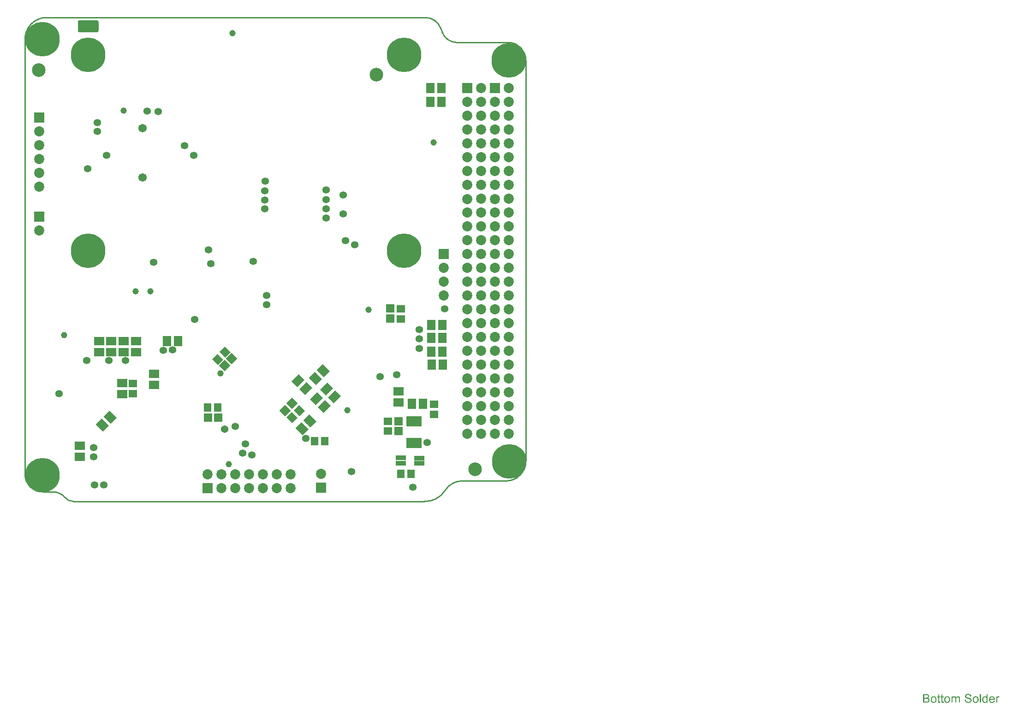
<source format=gbs>
G04*
G04 #@! TF.GenerationSoftware,Altium Limited,Altium Designer,18.1.7 (191)*
G04*
G04 Layer_Color=16711935*
%FSLAX25Y25*%
%MOIN*%
G70*
G01*
G75*
%ADD10C,0.01000*%
%ADD16C,0.00787*%
%ADD48R,0.14567X0.07874*%
%ADD50R,0.06124X0.05534*%
%ADD66R,0.06124X0.06124*%
%ADD69R,0.05534X0.06124*%
%ADD71R,0.06124X0.07400*%
%ADD72R,0.07400X0.06124*%
%ADD74C,0.09843*%
%ADD75C,0.05400*%
%ADD76R,0.07306X0.07306*%
%ADD77C,0.07306*%
%ADD78R,0.07306X0.07306*%
%ADD79C,0.05337*%
%ADD80C,0.25022*%
%ADD81C,0.06085*%
%ADD82C,0.04550*%
%ADD106R,0.03172X0.07306*%
%ADD107R,0.07306X0.03644*%
G04:AMPARAMS|DCode=108|XSize=61.24mil|YSize=74mil|CornerRadius=0mil|HoleSize=0mil|Usage=FLASHONLY|Rotation=225.000|XOffset=0mil|YOffset=0mil|HoleType=Round|Shape=Rectangle|*
%AMROTATEDRECTD108*
4,1,4,-0.00451,0.04782,0.04782,-0.00451,0.00451,-0.04782,-0.04782,0.00451,-0.00451,0.04782,0.0*
%
%ADD108ROTATEDRECTD108*%

G04:AMPARAMS|DCode=109|XSize=55.34mil|YSize=61.24mil|CornerRadius=0mil|HoleSize=0mil|Usage=FLASHONLY|Rotation=225.000|XOffset=0mil|YOffset=0mil|HoleType=Round|Shape=Rectangle|*
%AMROTATEDRECTD109*
4,1,4,-0.00209,0.04122,0.04122,-0.00209,0.00209,-0.04122,-0.04122,0.00209,-0.00209,0.04122,0.0*
%
%ADD109ROTATEDRECTD109*%

%ADD110P,0.08661X4X270.0*%
%ADD111R,0.06124X0.06124*%
G04:AMPARAMS|DCode=112|XSize=61.24mil|YSize=74mil|CornerRadius=0mil|HoleSize=0mil|Usage=FLASHONLY|Rotation=315.000|XOffset=0mil|YOffset=0mil|HoleType=Round|Shape=Rectangle|*
%AMROTATEDRECTD112*
4,1,4,-0.04782,-0.00451,0.00451,0.04782,0.04782,0.00451,-0.00451,-0.04782,-0.04782,-0.00451,0.0*
%
%ADD112ROTATEDRECTD112*%

G36*
X943184Y183587D02*
X943251D01*
X943414Y183568D01*
X943606Y183539D01*
X943818Y183501D01*
X944029Y183443D01*
X944231Y183366D01*
X944241D01*
X944250Y183356D01*
X944279Y183347D01*
X944318Y183327D01*
X944414Y183270D01*
X944538Y183203D01*
X944673Y183107D01*
X944808Y182991D01*
X944942Y182857D01*
X945057Y182703D01*
X945067Y182684D01*
X945105Y182626D01*
X945154Y182530D01*
X945202Y182415D01*
X945259Y182271D01*
X945317Y182097D01*
X945355Y181915D01*
X945375Y181713D01*
X944577Y181655D01*
Y181665D01*
Y181684D01*
X944567Y181713D01*
X944558Y181752D01*
X944538Y181857D01*
X944500Y181992D01*
X944442Y182136D01*
X944366Y182280D01*
X944260Y182424D01*
X944135Y182549D01*
X944116Y182559D01*
X944068Y182597D01*
X943981Y182645D01*
X943866Y182703D01*
X943712Y182761D01*
X943520Y182809D01*
X943299Y182847D01*
X943039Y182857D01*
X942914D01*
X942857Y182847D01*
X942780D01*
X942616Y182818D01*
X942434Y182789D01*
X942251Y182741D01*
X942078Y182674D01*
X942002Y182626D01*
X941934Y182578D01*
X941925Y182568D01*
X941886Y182530D01*
X941829Y182472D01*
X941771Y182386D01*
X941704Y182290D01*
X941656Y182174D01*
X941617Y182049D01*
X941598Y181905D01*
Y181886D01*
Y181848D01*
X941607Y181780D01*
X941627Y181703D01*
X941656Y181617D01*
X941704Y181521D01*
X941761Y181434D01*
X941838Y181348D01*
X941848Y181338D01*
X941896Y181309D01*
X941925Y181290D01*
X941963Y181261D01*
X942021Y181242D01*
X942088Y181213D01*
X942165Y181175D01*
X942251Y181137D01*
X942347Y181108D01*
X942463Y181069D01*
X942597Y181021D01*
X942741Y180983D01*
X942905Y180944D01*
X943087Y180896D01*
X943097D01*
X943135Y180887D01*
X943184Y180877D01*
X943251Y180858D01*
X943337Y180839D01*
X943433Y180810D01*
X943645Y180762D01*
X943875Y180694D01*
X944106Y180627D01*
X944221Y180598D01*
X944318Y180560D01*
X944414Y180521D01*
X944491Y180493D01*
X944500D01*
X944519Y180483D01*
X944538Y180464D01*
X944577Y180445D01*
X944673Y180387D01*
X944798Y180320D01*
X944932Y180224D01*
X945067Y180108D01*
X945192Y179983D01*
X945298Y179849D01*
X945307Y179830D01*
X945336Y179781D01*
X945384Y179705D01*
X945432Y179589D01*
X945480Y179464D01*
X945528Y179311D01*
X945557Y179138D01*
X945567Y178955D01*
Y178945D01*
Y178936D01*
Y178907D01*
Y178868D01*
X945548Y178772D01*
X945528Y178647D01*
X945500Y178503D01*
X945442Y178340D01*
X945375Y178167D01*
X945278Y178004D01*
X945269Y177984D01*
X945221Y177927D01*
X945163Y177850D01*
X945067Y177754D01*
X944952Y177638D01*
X944808Y177523D01*
X944635Y177417D01*
X944442Y177312D01*
X944433D01*
X944414Y177302D01*
X944385Y177293D01*
X944346Y177273D01*
X944298Y177254D01*
X944241Y177235D01*
X944087Y177196D01*
X943914Y177148D01*
X943702Y177110D01*
X943481Y177081D01*
X943231Y177071D01*
X943087D01*
X943020Y177081D01*
X942934D01*
X942838Y177091D01*
X942732Y177100D01*
X942511Y177129D01*
X942270Y177177D01*
X942030Y177235D01*
X941800Y177312D01*
X941790D01*
X941771Y177321D01*
X941742Y177340D01*
X941704Y177360D01*
X941598Y177417D01*
X941473Y177504D01*
X941319Y177610D01*
X941175Y177734D01*
X941021Y177888D01*
X940887Y178061D01*
Y178071D01*
X940877Y178080D01*
X940858Y178109D01*
X940839Y178148D01*
X940810Y178196D01*
X940781Y178253D01*
X940723Y178398D01*
X940666Y178561D01*
X940608Y178763D01*
X940570Y178974D01*
X940550Y179205D01*
X941338Y179272D01*
Y179262D01*
Y179253D01*
X941348Y179195D01*
X941367Y179109D01*
X941386Y178993D01*
X941425Y178868D01*
X941463Y178734D01*
X941521Y178609D01*
X941588Y178484D01*
X941598Y178474D01*
X941627Y178436D01*
X941675Y178378D01*
X941752Y178311D01*
X941838Y178234D01*
X941944Y178148D01*
X942078Y178071D01*
X942222Y177994D01*
X942232D01*
X942242Y177984D01*
X942299Y177965D01*
X942386Y177936D01*
X942511Y177908D01*
X942645Y177869D01*
X942818Y177840D01*
X943001Y177821D01*
X943193Y177811D01*
X943270D01*
X943366Y177821D01*
X943472Y177831D01*
X943606Y177840D01*
X943741Y177869D01*
X943885Y177898D01*
X944029Y177946D01*
X944048Y177956D01*
X944087Y177975D01*
X944154Y178004D01*
X944231Y178052D01*
X944327Y178109D01*
X944414Y178177D01*
X944500Y178253D01*
X944577Y178340D01*
X944586Y178350D01*
X944606Y178388D01*
X944635Y178436D01*
X944673Y178503D01*
X944702Y178580D01*
X944731Y178676D01*
X944750Y178772D01*
X944759Y178878D01*
Y178888D01*
Y178926D01*
X944750Y178984D01*
X944740Y179051D01*
X944721Y179138D01*
X944683Y179224D01*
X944644Y179311D01*
X944586Y179397D01*
X944577Y179407D01*
X944558Y179436D01*
X944510Y179474D01*
X944452Y179532D01*
X944375Y179589D01*
X944279Y179647D01*
X944154Y179714D01*
X944020Y179772D01*
X944010Y179781D01*
X943972Y179791D01*
X943895Y179810D01*
X943847Y179830D01*
X943789Y179849D01*
X943712Y179868D01*
X943635Y179887D01*
X943539Y179916D01*
X943443Y179945D01*
X943328Y179974D01*
X943193Y180002D01*
X943049Y180041D01*
X942895Y180079D01*
X942886D01*
X942857Y180089D01*
X942809Y180099D01*
X942751Y180118D01*
X942684Y180137D01*
X942607Y180156D01*
X942424Y180204D01*
X942222Y180272D01*
X942021Y180339D01*
X941838Y180406D01*
X941752Y180435D01*
X941684Y180473D01*
X941675D01*
X941665Y180483D01*
X941607Y180521D01*
X941531Y180570D01*
X941434Y180637D01*
X941319Y180723D01*
X941213Y180819D01*
X941108Y180935D01*
X941012Y181060D01*
X941002Y181079D01*
X940973Y181127D01*
X940944Y181194D01*
X940906Y181290D01*
X940858Y181405D01*
X940829Y181540D01*
X940800Y181694D01*
X940791Y181848D01*
Y181857D01*
Y181867D01*
Y181896D01*
Y181934D01*
X940810Y182021D01*
X940829Y182136D01*
X940858Y182280D01*
X940906Y182424D01*
X940973Y182588D01*
X941060Y182741D01*
Y182751D01*
X941069Y182761D01*
X941108Y182809D01*
X941175Y182886D01*
X941261Y182982D01*
X941367Y183078D01*
X941502Y183183D01*
X941665Y183289D01*
X941848Y183376D01*
X941857D01*
X941867Y183385D01*
X941896Y183395D01*
X941944Y183414D01*
X941992Y183424D01*
X942050Y183443D01*
X942184Y183491D01*
X942357Y183529D01*
X942549Y183558D01*
X942770Y183587D01*
X943001Y183597D01*
X943116D01*
X943184Y183587D01*
D02*
G37*
G36*
X957147Y177177D02*
X956426D01*
Y177744D01*
X956417Y177734D01*
X956407Y177715D01*
X956378Y177687D01*
X956340Y177638D01*
X956301Y177590D01*
X956244Y177533D01*
X956176Y177475D01*
X956099Y177408D01*
X956013Y177350D01*
X955917Y177283D01*
X955811Y177225D01*
X955705Y177177D01*
X955580Y177129D01*
X955446Y177100D01*
X955302Y177081D01*
X955148Y177071D01*
X955090D01*
X955052Y177081D01*
X954946Y177091D01*
X954821Y177110D01*
X954658Y177148D01*
X954494Y177196D01*
X954312Y177273D01*
X954139Y177369D01*
X954129D01*
X954120Y177379D01*
X954062Y177427D01*
X953985Y177494D01*
X953879Y177590D01*
X953774Y177706D01*
X953649Y177850D01*
X953543Y178013D01*
X953437Y178205D01*
Y178215D01*
X953428Y178234D01*
X953418Y178263D01*
X953399Y178302D01*
X953380Y178350D01*
X953360Y178417D01*
X953312Y178571D01*
X953264Y178753D01*
X953226Y178965D01*
X953197Y179195D01*
X953187Y179455D01*
Y179464D01*
Y179483D01*
Y179522D01*
Y179570D01*
X953197Y179628D01*
Y179705D01*
X953216Y179868D01*
X953245Y180060D01*
X953284Y180262D01*
X953332Y180483D01*
X953409Y180694D01*
Y180704D01*
X953418Y180723D01*
X953437Y180752D01*
X953457Y180790D01*
X953505Y180887D01*
X953582Y181011D01*
X953678Y181156D01*
X953793Y181300D01*
X953928Y181434D01*
X954091Y181559D01*
X954100D01*
X954110Y181569D01*
X954168Y181607D01*
X954264Y181655D01*
X954389Y181713D01*
X954543Y181761D01*
X954716Y181809D01*
X954908Y181848D01*
X955110Y181857D01*
X955177D01*
X955254Y181848D01*
X955359Y181838D01*
X955465Y181809D01*
X955590Y181780D01*
X955715Y181732D01*
X955840Y181675D01*
X955859Y181665D01*
X955898Y181646D01*
X955955Y181607D01*
X956032Y181550D01*
X956109Y181492D01*
X956205Y181415D01*
X956291Y181319D01*
X956368Y181223D01*
Y183491D01*
X957147D01*
Y177177D01*
D02*
G37*
G36*
X965094Y181848D02*
X965200Y181828D01*
X965315Y181790D01*
X965450Y181752D01*
X965594Y181684D01*
X965748Y181598D01*
X965469Y180887D01*
X965460Y180896D01*
X965421Y180915D01*
X965363Y180944D01*
X965296Y180973D01*
X965210Y181002D01*
X965114Y181031D01*
X965008Y181050D01*
X964902Y181060D01*
X964864D01*
X964816Y181050D01*
X964748Y181040D01*
X964681Y181021D01*
X964604Y180992D01*
X964527Y180954D01*
X964450Y180906D01*
X964441Y180896D01*
X964422Y180877D01*
X964383Y180839D01*
X964345Y180790D01*
X964297Y180733D01*
X964249Y180656D01*
X964210Y180570D01*
X964172Y180473D01*
X964162Y180454D01*
X964153Y180406D01*
X964133Y180320D01*
X964114Y180204D01*
X964085Y180070D01*
X964066Y179916D01*
X964056Y179753D01*
X964047Y179570D01*
Y177177D01*
X963268D01*
Y181752D01*
X963970D01*
Y181069D01*
X963980Y181079D01*
X964018Y181137D01*
X964066Y181223D01*
X964124Y181319D01*
X964201Y181425D01*
X964287Y181530D01*
X964364Y181627D01*
X964450Y181694D01*
X964460Y181703D01*
X964489Y181723D01*
X964537Y181742D01*
X964604Y181780D01*
X964672Y181809D01*
X964758Y181828D01*
X964854Y181848D01*
X964950Y181857D01*
X965017D01*
X965094Y181848D01*
D02*
G37*
G36*
X935841D02*
X935899D01*
X935966Y181838D01*
X936110Y181809D01*
X936283Y181761D01*
X936456Y181694D01*
X936620Y181598D01*
X936774Y181473D01*
X936793Y181454D01*
X936831Y181405D01*
X936889Y181309D01*
X936966Y181184D01*
X937033Y181021D01*
X937091Y180829D01*
X937129Y180589D01*
X937148Y180454D01*
Y180310D01*
Y177177D01*
X936370D01*
Y180051D01*
Y180060D01*
Y180070D01*
Y180127D01*
Y180214D01*
X936360Y180310D01*
X936341Y180531D01*
X936322Y180637D01*
X936293Y180723D01*
Y180733D01*
X936274Y180762D01*
X936255Y180800D01*
X936226Y180848D01*
X936187Y180896D01*
X936139Y180954D01*
X936082Y181011D01*
X936014Y181060D01*
X936005Y181069D01*
X935976Y181079D01*
X935938Y181098D01*
X935890Y181127D01*
X935822Y181146D01*
X935736Y181165D01*
X935649Y181175D01*
X935553Y181184D01*
X935476D01*
X935380Y181165D01*
X935275Y181146D01*
X935149Y181108D01*
X935015Y181050D01*
X934871Y180964D01*
X934746Y180858D01*
X934736Y180839D01*
X934698Y180800D01*
X934650Y180723D01*
X934592Y180608D01*
X934525Y180464D01*
X934477Y180291D01*
X934438Y180079D01*
X934429Y179830D01*
Y177177D01*
X933650D01*
Y180147D01*
Y180156D01*
Y180166D01*
Y180195D01*
Y180233D01*
X933641Y180329D01*
X933631Y180435D01*
X933602Y180570D01*
X933574Y180694D01*
X933525Y180819D01*
X933458Y180925D01*
X933449Y180935D01*
X933420Y180964D01*
X933381Y181011D01*
X933314Y181060D01*
X933228Y181098D01*
X933122Y181146D01*
X932997Y181175D01*
X932843Y181184D01*
X932786D01*
X932728Y181175D01*
X932641Y181165D01*
X932555Y181146D01*
X932449Y181108D01*
X932343Y181069D01*
X932238Y181011D01*
X932228Y181002D01*
X932190Y180983D01*
X932142Y180935D01*
X932084Y180887D01*
X932017Y180810D01*
X931949Y180723D01*
X931892Y180617D01*
X931834Y180502D01*
X931824Y180483D01*
X931815Y180445D01*
X931796Y180368D01*
X931776Y180262D01*
X931748Y180127D01*
X931728Y179964D01*
X931719Y179772D01*
X931709Y179551D01*
Y177177D01*
X930931D01*
Y181752D01*
X931623D01*
Y181108D01*
X931632Y181127D01*
X931661Y181165D01*
X931709Y181223D01*
X931776Y181300D01*
X931853Y181386D01*
X931949Y181473D01*
X932065Y181569D01*
X932190Y181646D01*
X932209Y181655D01*
X932257Y181675D01*
X932334Y181713D01*
X932430Y181752D01*
X932555Y181790D01*
X932689Y181828D01*
X932853Y181848D01*
X933016Y181857D01*
X933103D01*
X933199Y181848D01*
X933314Y181828D01*
X933439Y181809D01*
X933583Y181771D01*
X933718Y181713D01*
X933843Y181646D01*
X933862Y181636D01*
X933900Y181607D01*
X933958Y181559D01*
X934025Y181492D01*
X934102Y181405D01*
X934179Y181309D01*
X934246Y181184D01*
X934304Y181050D01*
X934313Y181060D01*
X934333Y181088D01*
X934361Y181127D01*
X934400Y181175D01*
X934458Y181242D01*
X934525Y181309D01*
X934602Y181377D01*
X934688Y181454D01*
X934784Y181530D01*
X934890Y181598D01*
X935140Y181732D01*
X935275Y181780D01*
X935419Y181819D01*
X935563Y181848D01*
X935726Y181857D01*
X935793D01*
X935841Y181848D01*
D02*
G37*
G36*
X952275Y177177D02*
X951496D01*
Y183491D01*
X952275D01*
Y177177D01*
D02*
G37*
G36*
X912960Y183481D02*
X913027D01*
X913191Y183472D01*
X913373Y183443D01*
X913566Y183414D01*
X913758Y183366D01*
X913931Y183299D01*
X913940D01*
X913950Y183289D01*
X914007Y183260D01*
X914084Y183212D01*
X914180Y183155D01*
X914296Y183068D01*
X914411Y182962D01*
X914517Y182847D01*
X914623Y182703D01*
X914632Y182684D01*
X914661Y182636D01*
X914699Y182549D01*
X914748Y182443D01*
X914796Y182318D01*
X914834Y182184D01*
X914863Y182030D01*
X914872Y181867D01*
Y181848D01*
Y181800D01*
X914863Y181723D01*
X914844Y181617D01*
X914815Y181502D01*
X914776Y181377D01*
X914728Y181233D01*
X914651Y181098D01*
X914642Y181079D01*
X914613Y181040D01*
X914555Y180973D01*
X914488Y180896D01*
X914392Y180800D01*
X914277Y180714D01*
X914142Y180617D01*
X913979Y180531D01*
X913988D01*
X914007Y180521D01*
X914036Y180512D01*
X914075Y180502D01*
X914180Y180454D01*
X914305Y180396D01*
X914450Y180310D01*
X914594Y180214D01*
X914738Y180099D01*
X914863Y179954D01*
X914872Y179935D01*
X914911Y179887D01*
X914959Y179801D01*
X915026Y179685D01*
X915084Y179541D01*
X915132Y179387D01*
X915170Y179205D01*
X915180Y179003D01*
Y178984D01*
Y178926D01*
X915170Y178840D01*
X915161Y178734D01*
X915132Y178609D01*
X915103Y178465D01*
X915055Y178321D01*
X914988Y178177D01*
X914978Y178157D01*
X914959Y178109D01*
X914911Y178042D01*
X914863Y177956D01*
X914796Y177859D01*
X914719Y177763D01*
X914623Y177667D01*
X914526Y177581D01*
X914517Y177571D01*
X914478Y177552D01*
X914421Y177514D01*
X914334Y177465D01*
X914238Y177417D01*
X914113Y177369D01*
X913979Y177321D01*
X913834Y177273D01*
X913815D01*
X913758Y177254D01*
X913671Y177244D01*
X913556Y177225D01*
X913402Y177206D01*
X913229Y177196D01*
X913037Y177177D01*
X910413D01*
Y183491D01*
X912893D01*
X912960Y183481D01*
D02*
G37*
G36*
X924492Y181752D02*
X925270D01*
Y181146D01*
X924492D01*
Y178465D01*
Y178455D01*
Y178417D01*
Y178359D01*
X924502Y178292D01*
X924511Y178148D01*
X924521Y178090D01*
X924531Y178042D01*
X924540Y178023D01*
X924559Y177984D01*
X924598Y177936D01*
X924655Y177888D01*
X924675Y177879D01*
X924723Y177869D01*
X924809Y177850D01*
X924924Y177840D01*
X925021D01*
X925069Y177850D01*
X925126D01*
X925270Y177869D01*
X925376Y177187D01*
X925357D01*
X925319Y177177D01*
X925261Y177167D01*
X925174Y177158D01*
X925088Y177139D01*
X924992Y177129D01*
X924790Y177120D01*
X924723D01*
X924646Y177129D01*
X924550Y177139D01*
X924444Y177148D01*
X924329Y177177D01*
X924223Y177206D01*
X924127Y177244D01*
X924117Y177254D01*
X924088Y177273D01*
X924050Y177302D01*
X924002Y177340D01*
X923944Y177389D01*
X923896Y177446D01*
X923839Y177514D01*
X923800Y177590D01*
Y177600D01*
X923790Y177638D01*
X923771Y177696D01*
X923762Y177792D01*
X923742Y177917D01*
X923733Y177984D01*
X923723Y178071D01*
Y178167D01*
X923714Y178273D01*
Y178388D01*
Y178513D01*
Y181146D01*
X923137D01*
Y181752D01*
X923714D01*
Y182876D01*
X924492Y183347D01*
Y181752D01*
D02*
G37*
G36*
X922042D02*
X922820D01*
Y181146D01*
X922042D01*
Y178465D01*
Y178455D01*
Y178417D01*
Y178359D01*
X922051Y178292D01*
X922061Y178148D01*
X922070Y178090D01*
X922080Y178042D01*
X922089Y178023D01*
X922109Y177984D01*
X922147Y177936D01*
X922205Y177888D01*
X922224Y177879D01*
X922272Y177869D01*
X922359Y177850D01*
X922474Y177840D01*
X922570D01*
X922618Y177850D01*
X922676D01*
X922820Y177869D01*
X922926Y177187D01*
X922906D01*
X922868Y177177D01*
X922810Y177167D01*
X922724Y177158D01*
X922637Y177139D01*
X922541Y177129D01*
X922339Y177120D01*
X922272D01*
X922195Y177129D01*
X922099Y177139D01*
X921993Y177148D01*
X921878Y177177D01*
X921772Y177206D01*
X921676Y177244D01*
X921667Y177254D01*
X921638Y177273D01*
X921599Y177302D01*
X921551Y177340D01*
X921494Y177389D01*
X921446Y177446D01*
X921388Y177514D01*
X921350Y177590D01*
Y177600D01*
X921340Y177638D01*
X921321Y177696D01*
X921311Y177792D01*
X921292Y177917D01*
X921282Y177984D01*
X921273Y178071D01*
Y178167D01*
X921263Y178273D01*
Y178388D01*
Y178513D01*
Y181146D01*
X920687D01*
Y181752D01*
X921263D01*
Y182876D01*
X922042Y183347D01*
Y181752D01*
D02*
G37*
G36*
X960395Y181848D02*
X960472Y181838D01*
X960568Y181828D01*
X960664Y181809D01*
X960779Y181780D01*
X961010Y181703D01*
X961135Y181655D01*
X961260Y181588D01*
X961385Y181521D01*
X961510Y181434D01*
X961625Y181338D01*
X961740Y181223D01*
X961750Y181213D01*
X961769Y181194D01*
X961798Y181156D01*
X961837Y181108D01*
X961875Y181040D01*
X961923Y180964D01*
X961981Y180877D01*
X962038Y180771D01*
X962086Y180646D01*
X962144Y180521D01*
X962192Y180377D01*
X962240Y180214D01*
X962269Y180051D01*
X962298Y179868D01*
X962317Y179676D01*
X962327Y179464D01*
Y179455D01*
Y179416D01*
Y179349D01*
X962317Y179262D01*
X958915D01*
Y179253D01*
Y179234D01*
X958925Y179186D01*
Y179138D01*
X958934Y179070D01*
X958944Y179003D01*
X958982Y178830D01*
X959040Y178647D01*
X959107Y178455D01*
X959213Y178263D01*
X959338Y178100D01*
X959357Y178080D01*
X959405Y178042D01*
X959492Y177975D01*
X959597Y177908D01*
X959741Y177831D01*
X959905Y177763D01*
X960087Y177725D01*
X960289Y177706D01*
X960366D01*
X960443Y177715D01*
X960539Y177734D01*
X960655Y177763D01*
X960779Y177802D01*
X960904Y177850D01*
X961020Y177927D01*
X961029Y177936D01*
X961068Y177975D01*
X961125Y178023D01*
X961193Y178109D01*
X961269Y178205D01*
X961346Y178330D01*
X961423Y178484D01*
X961500Y178657D01*
X962298Y178551D01*
Y178542D01*
X962288Y178523D01*
X962279Y178484D01*
X962259Y178436D01*
X962240Y178378D01*
X962211Y178311D01*
X962134Y178148D01*
X962038Y177975D01*
X961923Y177792D01*
X961769Y177610D01*
X961596Y177456D01*
X961587D01*
X961577Y177437D01*
X961548Y177417D01*
X961500Y177398D01*
X961452Y177369D01*
X961394Y177331D01*
X961327Y177302D01*
X961241Y177264D01*
X961058Y177196D01*
X960827Y177129D01*
X960578Y177091D01*
X960289Y177071D01*
X960193D01*
X960126Y177081D01*
X960039Y177091D01*
X959943Y177100D01*
X959838Y177120D01*
X959713Y177148D01*
X959463Y177225D01*
X959328Y177273D01*
X959203Y177331D01*
X959069Y177398D01*
X958944Y177485D01*
X958819Y177581D01*
X958704Y177687D01*
X958694Y177696D01*
X958675Y177715D01*
X958646Y177754D01*
X958617Y177802D01*
X958569Y177859D01*
X958521Y177936D01*
X958463Y178032D01*
X958415Y178138D01*
X958358Y178253D01*
X958300Y178378D01*
X958252Y178523D01*
X958214Y178676D01*
X958175Y178840D01*
X958146Y179022D01*
X958127Y179215D01*
X958117Y179416D01*
Y179426D01*
Y179464D01*
Y179532D01*
X958127Y179609D01*
X958137Y179705D01*
X958146Y179820D01*
X958165Y179945D01*
X958194Y180079D01*
X958262Y180368D01*
X958310Y180512D01*
X958367Y180666D01*
X958435Y180810D01*
X958511Y180954D01*
X958598Y181088D01*
X958704Y181213D01*
X958713Y181223D01*
X958733Y181242D01*
X958761Y181271D01*
X958809Y181319D01*
X958867Y181367D01*
X958944Y181415D01*
X959021Y181473D01*
X959117Y181540D01*
X959223Y181598D01*
X959338Y181655D01*
X959463Y181703D01*
X959607Y181761D01*
X959751Y181800D01*
X959905Y181828D01*
X960068Y181848D01*
X960241Y181857D01*
X960328D01*
X960395Y181848D01*
D02*
G37*
G36*
X948613D02*
X948700Y181838D01*
X948786Y181828D01*
X948892Y181809D01*
X949007Y181780D01*
X949247Y181703D01*
X949372Y181655D01*
X949507Y181598D01*
X949632Y181521D01*
X949757Y181434D01*
X949882Y181338D01*
X949997Y181233D01*
X950007Y181223D01*
X950026Y181204D01*
X950055Y181165D01*
X950093Y181117D01*
X950141Y181060D01*
X950189Y180983D01*
X950247Y180887D01*
X950305Y180790D01*
X950352Y180675D01*
X950410Y180541D01*
X950458Y180406D01*
X950506Y180252D01*
X950545Y180089D01*
X950574Y179906D01*
X950593Y179724D01*
X950602Y179522D01*
Y179512D01*
Y179483D01*
Y179436D01*
Y179378D01*
X950593Y179301D01*
Y179215D01*
X950583Y179118D01*
X950574Y179013D01*
X950535Y178792D01*
X950487Y178561D01*
X950420Y178330D01*
X950333Y178129D01*
Y178119D01*
X950324Y178109D01*
X950285Y178042D01*
X950218Y177956D01*
X950132Y177840D01*
X950026Y177715D01*
X949891Y177590D01*
X949737Y177465D01*
X949555Y177350D01*
X949545D01*
X949536Y177340D01*
X949507Y177321D01*
X949468Y177312D01*
X949363Y177264D01*
X949228Y177216D01*
X949065Y177158D01*
X948882Y177120D01*
X948680Y177081D01*
X948459Y177071D01*
X948363D01*
X948296Y177081D01*
X948219Y177091D01*
X948123Y177100D01*
X948017Y177120D01*
X947902Y177148D01*
X947662Y177225D01*
X947527Y177273D01*
X947402Y177331D01*
X947268Y177398D01*
X947143Y177485D01*
X947018Y177581D01*
X946903Y177687D01*
X946893Y177696D01*
X946874Y177715D01*
X946845Y177754D01*
X946816Y177802D01*
X946768Y177869D01*
X946720Y177946D01*
X946662Y178032D01*
X946614Y178138D01*
X946557Y178263D01*
X946499Y178388D01*
X946451Y178542D01*
X946412Y178695D01*
X946374Y178868D01*
X946345Y179051D01*
X946326Y179253D01*
X946316Y179464D01*
Y179483D01*
Y179522D01*
X946326Y179589D01*
Y179676D01*
X946336Y179781D01*
X946355Y179897D01*
X946374Y180031D01*
X946403Y180175D01*
X946441Y180329D01*
X946489Y180483D01*
X946547Y180637D01*
X946614Y180790D01*
X946691Y180944D01*
X946787Y181088D01*
X946893Y181223D01*
X947018Y181348D01*
X947027Y181358D01*
X947047Y181367D01*
X947075Y181396D01*
X947124Y181425D01*
X947181Y181463D01*
X947248Y181511D01*
X947325Y181559D01*
X947421Y181607D01*
X947518Y181646D01*
X947623Y181694D01*
X947873Y181780D01*
X948152Y181838D01*
X948306Y181848D01*
X948459Y181857D01*
X948546D01*
X948613Y181848D01*
D02*
G37*
G36*
X928038D02*
X928125Y181838D01*
X928211Y181828D01*
X928317Y181809D01*
X928432Y181780D01*
X928672Y181703D01*
X928797Y181655D01*
X928932Y181598D01*
X929057Y181521D01*
X929182Y181434D01*
X929307Y181338D01*
X929422Y181233D01*
X929432Y181223D01*
X929451Y181204D01*
X929480Y181165D01*
X929518Y181117D01*
X929566Y181060D01*
X929614Y180983D01*
X929672Y180887D01*
X929729Y180790D01*
X929778Y180675D01*
X929835Y180541D01*
X929883Y180406D01*
X929931Y180252D01*
X929970Y180089D01*
X929999Y179906D01*
X930018Y179724D01*
X930027Y179522D01*
Y179512D01*
Y179483D01*
Y179436D01*
Y179378D01*
X930018Y179301D01*
Y179215D01*
X930008Y179118D01*
X929999Y179013D01*
X929960Y178792D01*
X929912Y178561D01*
X929845Y178330D01*
X929758Y178129D01*
Y178119D01*
X929749Y178109D01*
X929710Y178042D01*
X929643Y177956D01*
X929556Y177840D01*
X929451Y177715D01*
X929316Y177590D01*
X929163Y177465D01*
X928980Y177350D01*
X928970D01*
X928961Y177340D01*
X928932Y177321D01*
X928893Y177312D01*
X928788Y177264D01*
X928653Y177216D01*
X928490Y177158D01*
X928307Y177120D01*
X928105Y177081D01*
X927884Y177071D01*
X927788D01*
X927721Y177081D01*
X927644Y177091D01*
X927548Y177100D01*
X927442Y177120D01*
X927327Y177148D01*
X927087Y177225D01*
X926952Y177273D01*
X926827Y177331D01*
X926693Y177398D01*
X926568Y177485D01*
X926443Y177581D01*
X926328Y177687D01*
X926318Y177696D01*
X926299Y177715D01*
X926270Y177754D01*
X926241Y177802D01*
X926193Y177869D01*
X926145Y177946D01*
X926087Y178032D01*
X926039Y178138D01*
X925982Y178263D01*
X925924Y178388D01*
X925876Y178542D01*
X925837Y178695D01*
X925799Y178868D01*
X925770Y179051D01*
X925751Y179253D01*
X925741Y179464D01*
Y179483D01*
Y179522D01*
X925751Y179589D01*
Y179676D01*
X925761Y179781D01*
X925780Y179897D01*
X925799Y180031D01*
X925828Y180175D01*
X925866Y180329D01*
X925914Y180483D01*
X925972Y180637D01*
X926039Y180790D01*
X926116Y180944D01*
X926212Y181088D01*
X926318Y181223D01*
X926443Y181348D01*
X926453Y181358D01*
X926472Y181367D01*
X926501Y181396D01*
X926549Y181425D01*
X926606Y181463D01*
X926674Y181511D01*
X926750Y181559D01*
X926847Y181607D01*
X926943Y181646D01*
X927048Y181694D01*
X927298Y181780D01*
X927577Y181838D01*
X927731Y181848D01*
X927884Y181857D01*
X927971D01*
X928038Y181848D01*
D02*
G37*
G36*
X918236D02*
X918322Y181838D01*
X918409Y181828D01*
X918515Y181809D01*
X918630Y181780D01*
X918870Y181703D01*
X918995Y181655D01*
X919130Y181598D01*
X919255Y181521D01*
X919380Y181434D01*
X919504Y181338D01*
X919620Y181233D01*
X919629Y181223D01*
X919649Y181204D01*
X919677Y181165D01*
X919716Y181117D01*
X919764Y181060D01*
X919812Y180983D01*
X919870Y180887D01*
X919927Y180790D01*
X919975Y180675D01*
X920033Y180541D01*
X920081Y180406D01*
X920129Y180252D01*
X920168Y180089D01*
X920196Y179906D01*
X920216Y179724D01*
X920225Y179522D01*
Y179512D01*
Y179483D01*
Y179436D01*
Y179378D01*
X920216Y179301D01*
Y179215D01*
X920206Y179118D01*
X920196Y179013D01*
X920158Y178792D01*
X920110Y178561D01*
X920043Y178330D01*
X919956Y178129D01*
Y178119D01*
X919946Y178109D01*
X919908Y178042D01*
X919841Y177956D01*
X919754Y177840D01*
X919649Y177715D01*
X919514Y177590D01*
X919360Y177465D01*
X919178Y177350D01*
X919168D01*
X919158Y177340D01*
X919130Y177321D01*
X919091Y177312D01*
X918985Y177264D01*
X918851Y177216D01*
X918688Y177158D01*
X918505Y177120D01*
X918303Y177081D01*
X918082Y177071D01*
X917986D01*
X917919Y177081D01*
X917842Y177091D01*
X917746Y177100D01*
X917640Y177120D01*
X917525Y177148D01*
X917284Y177225D01*
X917150Y177273D01*
X917025Y177331D01*
X916891Y177398D01*
X916766Y177485D01*
X916641Y177581D01*
X916525Y177687D01*
X916516Y177696D01*
X916496Y177715D01*
X916468Y177754D01*
X916439Y177802D01*
X916391Y177869D01*
X916343Y177946D01*
X916285Y178032D01*
X916237Y178138D01*
X916179Y178263D01*
X916122Y178388D01*
X916074Y178542D01*
X916035Y178695D01*
X915997Y178868D01*
X915968Y179051D01*
X915949Y179253D01*
X915939Y179464D01*
Y179483D01*
Y179522D01*
X915949Y179589D01*
Y179676D01*
X915958Y179781D01*
X915978Y179897D01*
X915997Y180031D01*
X916026Y180175D01*
X916064Y180329D01*
X916112Y180483D01*
X916170Y180637D01*
X916237Y180790D01*
X916314Y180944D01*
X916410Y181088D01*
X916516Y181223D01*
X916641Y181348D01*
X916650Y181358D01*
X916669Y181367D01*
X916698Y181396D01*
X916746Y181425D01*
X916804Y181463D01*
X916871Y181511D01*
X916948Y181559D01*
X917044Y181607D01*
X917140Y181646D01*
X917246Y181694D01*
X917496Y181780D01*
X917775Y181838D01*
X917928Y181848D01*
X918082Y181857D01*
X918169D01*
X918236Y181848D01*
D02*
G37*
%LPC*%
G36*
X955282Y181213D02*
X955138D01*
X955100Y181204D01*
X955004Y181194D01*
X954889Y181165D01*
X954754Y181108D01*
X954610Y181031D01*
X954466Y180935D01*
X954398Y180867D01*
X954331Y180790D01*
X954312Y180771D01*
X954302Y180743D01*
X954273Y180714D01*
X954254Y180666D01*
X954225Y180608D01*
X954187Y180541D01*
X954158Y180464D01*
X954129Y180377D01*
X954091Y180281D01*
X954062Y180166D01*
X954043Y180051D01*
X954014Y179916D01*
X954004Y179772D01*
X953985Y179618D01*
Y179455D01*
Y179445D01*
Y179416D01*
Y179368D01*
X953995Y179311D01*
Y179234D01*
X954004Y179157D01*
X954033Y178955D01*
X954072Y178744D01*
X954139Y178523D01*
X954225Y178321D01*
X954283Y178225D01*
X954350Y178138D01*
X954370Y178119D01*
X954418Y178071D01*
X954494Y178004D01*
X954600Y177927D01*
X954725Y177840D01*
X954869Y177773D01*
X955042Y177725D01*
X955129Y177715D01*
X955225Y177706D01*
X955273D01*
X955311Y177715D01*
X955407Y177725D01*
X955523Y177754D01*
X955657Y177811D01*
X955801Y177879D01*
X955955Y177984D01*
X956022Y178042D01*
X956090Y178119D01*
Y178129D01*
X956109Y178138D01*
X956118Y178167D01*
X956147Y178196D01*
X956176Y178244D01*
X956205Y178292D01*
X956234Y178359D01*
X956272Y178436D01*
X956301Y178513D01*
X956330Y178609D01*
X956359Y178715D01*
X956388Y178830D01*
X956417Y178955D01*
X956426Y179089D01*
X956445Y179234D01*
Y179387D01*
Y179397D01*
Y179426D01*
Y179474D01*
X956436Y179541D01*
Y179618D01*
X956426Y179705D01*
X956397Y179916D01*
X956359Y180137D01*
X956291Y180368D01*
X956205Y180589D01*
X956147Y180685D01*
X956080Y180771D01*
Y180781D01*
X956061Y180790D01*
X956013Y180839D01*
X955936Y180915D01*
X955830Y180992D01*
X955705Y181069D01*
X955552Y181146D01*
X955379Y181194D01*
X955282Y181213D01*
D02*
G37*
G36*
X912739Y182751D02*
X911250D01*
Y180829D01*
X912797D01*
X912912Y180839D01*
X913046Y180848D01*
X913181Y180858D01*
X913296Y180877D01*
X913402Y180896D01*
X913412Y180906D01*
X913450Y180915D01*
X913508Y180935D01*
X913585Y180973D01*
X913662Y181011D01*
X913739Y181069D01*
X913815Y181137D01*
X913883Y181213D01*
X913892Y181223D01*
X913911Y181252D01*
X913931Y181300D01*
X913969Y181367D01*
X913998Y181444D01*
X914017Y181540D01*
X914036Y181646D01*
X914046Y181771D01*
Y181780D01*
Y181828D01*
X914036Y181886D01*
X914027Y181963D01*
X914007Y182049D01*
X913979Y182136D01*
X913940Y182232D01*
X913892Y182328D01*
X913883Y182338D01*
X913863Y182367D01*
X913825Y182405D01*
X913777Y182463D01*
X913719Y182511D01*
X913642Y182568D01*
X913556Y182616D01*
X913460Y182655D01*
X913450D01*
X913402Y182674D01*
X913335Y182684D01*
X913239Y182703D01*
X913104Y182722D01*
X912941Y182732D01*
X912739Y182751D01*
D02*
G37*
G36*
X912912Y180089D02*
X911250D01*
Y177917D01*
X913037D01*
X913229Y177927D01*
X913316Y177936D01*
X913383Y177946D01*
X913393D01*
X913431Y177956D01*
X913489Y177965D01*
X913556Y177984D01*
X913710Y178032D01*
X913863Y178109D01*
X913873Y178119D01*
X913902Y178129D01*
X913931Y178157D01*
X913979Y178205D01*
X914036Y178253D01*
X914084Y178311D01*
X914142Y178388D01*
X914190Y178465D01*
X914200Y178474D01*
X914209Y178503D01*
X914229Y178551D01*
X914257Y178619D01*
X914277Y178695D01*
X914296Y178792D01*
X914305Y178888D01*
X914315Y179003D01*
Y179022D01*
Y179061D01*
X914305Y179128D01*
X914296Y179205D01*
X914267Y179301D01*
X914238Y179407D01*
X914190Y179512D01*
X914123Y179609D01*
X914113Y179618D01*
X914094Y179657D01*
X914046Y179695D01*
X913988Y179753D01*
X913921Y179820D01*
X913834Y179878D01*
X913739Y179935D01*
X913623Y179983D01*
X913604Y179993D01*
X913566Y180002D01*
X913489Y180022D01*
X913393Y180041D01*
X913258Y180060D01*
X913104Y180070D01*
X912912Y180089D01*
D02*
G37*
G36*
X960251Y181223D02*
X960203D01*
X960164Y181213D01*
X960059Y181204D01*
X959934Y181175D01*
X959790Y181137D01*
X959645Y181069D01*
X959492Y180983D01*
X959348Y180858D01*
X959328Y180839D01*
X959290Y180790D01*
X959232Y180714D01*
X959165Y180598D01*
X959098Y180464D01*
X959030Y180300D01*
X958982Y180108D01*
X958953Y179897D01*
X961510D01*
Y179906D01*
Y179926D01*
X961500Y179954D01*
Y179993D01*
X961481Y180099D01*
X961452Y180224D01*
X961414Y180358D01*
X961356Y180502D01*
X961298Y180646D01*
X961212Y180762D01*
Y180771D01*
X961193Y180781D01*
X961145Y180839D01*
X961058Y180906D01*
X960952Y180992D01*
X960808Y181079D01*
X960645Y181156D01*
X960462Y181204D01*
X960357Y181213D01*
X960251Y181223D01*
D02*
G37*
G36*
X948565Y181213D02*
X948402D01*
X948363Y181204D01*
X948258Y181194D01*
X948123Y181156D01*
X947969Y181108D01*
X947806Y181031D01*
X947643Y180915D01*
X947566Y180848D01*
X947489Y180771D01*
X947470Y180752D01*
X947450Y180723D01*
X947431Y180694D01*
X947402Y180646D01*
X947373Y180589D01*
X947335Y180521D01*
X947306Y180445D01*
X947268Y180358D01*
X947229Y180262D01*
X947200Y180156D01*
X947172Y180031D01*
X947152Y179906D01*
X947133Y179762D01*
X947114Y179618D01*
Y179455D01*
Y179445D01*
Y179416D01*
Y179368D01*
X947124Y179311D01*
Y179243D01*
X947133Y179157D01*
X947162Y178965D01*
X947210Y178753D01*
X947268Y178532D01*
X947364Y178321D01*
X947421Y178225D01*
X947489Y178138D01*
X947508Y178119D01*
X947556Y178071D01*
X947643Y178004D01*
X947758Y177927D01*
X947892Y177840D01*
X948065Y177773D01*
X948248Y177725D01*
X948354Y177715D01*
X948459Y177706D01*
X948517D01*
X948555Y177715D01*
X948661Y177725D01*
X948796Y177763D01*
X948950Y177811D01*
X949113Y177888D01*
X949267Y177994D01*
X949343Y178061D01*
X949420Y178138D01*
Y178148D01*
X949440Y178157D01*
X949459Y178186D01*
X949478Y178225D01*
X949507Y178273D01*
X949545Y178330D01*
X949574Y178398D01*
X949613Y178474D01*
X949651Y178561D01*
X949680Y178657D01*
X949718Y178772D01*
X949747Y178897D01*
X949766Y179022D01*
X949786Y179166D01*
X949805Y179320D01*
Y179483D01*
Y179493D01*
Y179522D01*
Y179560D01*
X949795Y179628D01*
Y179695D01*
X949786Y179772D01*
X949757Y179964D01*
X949709Y180166D01*
X949641Y180387D01*
X949545Y180589D01*
X949411Y180771D01*
Y180781D01*
X949391Y180790D01*
X949343Y180839D01*
X949257Y180915D01*
X949151Y180992D01*
X949007Y181069D01*
X948844Y181146D01*
X948661Y181194D01*
X948565Y181213D01*
D02*
G37*
G36*
X927990D02*
X927827D01*
X927788Y181204D01*
X927683Y181194D01*
X927548Y181156D01*
X927394Y181108D01*
X927231Y181031D01*
X927067Y180915D01*
X926991Y180848D01*
X926914Y180771D01*
X926894Y180752D01*
X926875Y180723D01*
X926856Y180694D01*
X926827Y180646D01*
X926798Y180589D01*
X926760Y180521D01*
X926731Y180445D01*
X926693Y180358D01*
X926654Y180262D01*
X926626Y180156D01*
X926597Y180031D01*
X926577Y179906D01*
X926558Y179762D01*
X926539Y179618D01*
Y179455D01*
Y179445D01*
Y179416D01*
Y179368D01*
X926549Y179311D01*
Y179243D01*
X926558Y179157D01*
X926587Y178965D01*
X926635Y178753D01*
X926693Y178532D01*
X926789Y178321D01*
X926847Y178225D01*
X926914Y178138D01*
X926933Y178119D01*
X926981Y178071D01*
X927067Y178004D01*
X927183Y177927D01*
X927317Y177840D01*
X927490Y177773D01*
X927673Y177725D01*
X927779Y177715D01*
X927884Y177706D01*
X927942D01*
X927981Y177715D01*
X928086Y177725D01*
X928221Y177763D01*
X928374Y177811D01*
X928538Y177888D01*
X928692Y177994D01*
X928769Y178061D01*
X928845Y178138D01*
Y178148D01*
X928865Y178157D01*
X928884Y178186D01*
X928903Y178225D01*
X928932Y178273D01*
X928970Y178330D01*
X928999Y178398D01*
X929038Y178474D01*
X929076Y178561D01*
X929105Y178657D01*
X929143Y178772D01*
X929172Y178897D01*
X929191Y179022D01*
X929210Y179166D01*
X929230Y179320D01*
Y179483D01*
Y179493D01*
Y179522D01*
Y179560D01*
X929220Y179628D01*
Y179695D01*
X929210Y179772D01*
X929182Y179964D01*
X929134Y180166D01*
X929066Y180387D01*
X928970Y180589D01*
X928836Y180771D01*
Y180781D01*
X928817Y180790D01*
X928769Y180839D01*
X928682Y180915D01*
X928576Y180992D01*
X928432Y181069D01*
X928269Y181146D01*
X928086Y181194D01*
X927990Y181213D01*
D02*
G37*
G36*
X918188D02*
X918025D01*
X917986Y181204D01*
X917880Y181194D01*
X917746Y181156D01*
X917592Y181108D01*
X917429Y181031D01*
X917265Y180915D01*
X917188Y180848D01*
X917112Y180771D01*
X917092Y180752D01*
X917073Y180723D01*
X917054Y180694D01*
X917025Y180646D01*
X916996Y180589D01*
X916958Y180521D01*
X916929Y180445D01*
X916891Y180358D01*
X916852Y180262D01*
X916823Y180156D01*
X916794Y180031D01*
X916775Y179906D01*
X916756Y179762D01*
X916737Y179618D01*
Y179455D01*
Y179445D01*
Y179416D01*
Y179368D01*
X916746Y179311D01*
Y179243D01*
X916756Y179157D01*
X916785Y178965D01*
X916833Y178753D01*
X916891Y178532D01*
X916987Y178321D01*
X917044Y178225D01*
X917112Y178138D01*
X917131Y178119D01*
X917179Y178071D01*
X917265Y178004D01*
X917381Y177927D01*
X917515Y177840D01*
X917688Y177773D01*
X917871Y177725D01*
X917976Y177715D01*
X918082Y177706D01*
X918140D01*
X918178Y177715D01*
X918284Y177725D01*
X918419Y177763D01*
X918572Y177811D01*
X918736Y177888D01*
X918889Y177994D01*
X918966Y178061D01*
X919043Y178138D01*
Y178148D01*
X919062Y178157D01*
X919082Y178186D01*
X919101Y178225D01*
X919130Y178273D01*
X919168Y178330D01*
X919197Y178398D01*
X919235Y178474D01*
X919274Y178561D01*
X919303Y178657D01*
X919341Y178772D01*
X919370Y178897D01*
X919389Y179022D01*
X919408Y179166D01*
X919428Y179320D01*
Y179483D01*
Y179493D01*
Y179522D01*
Y179560D01*
X919418Y179628D01*
Y179695D01*
X919408Y179772D01*
X919380Y179964D01*
X919331Y180166D01*
X919264Y180387D01*
X919168Y180589D01*
X919034Y180771D01*
Y180781D01*
X919014Y180790D01*
X918966Y180839D01*
X918880Y180915D01*
X918774Y180992D01*
X918630Y181069D01*
X918467Y181146D01*
X918284Y181194D01*
X918188Y181213D01*
D02*
G37*
%LPD*%
D10*
X276626Y672654D02*
G03*
X261531Y656264I435J-15546D01*
G01*
X561803Y665073D02*
G03*
X550626Y672654I-11018J-4215D01*
G01*
X563022Y661886D02*
G03*
X573076Y654642I10532J4019D01*
G01*
X623365Y641708D02*
G03*
X610925Y654642I-12687J247D01*
G01*
X609075Y337545D02*
G03*
X623365Y351914I30J14260D01*
G01*
X577417Y337545D02*
G03*
X565059Y330674I31J-14604D01*
G01*
X550000Y322736D02*
G03*
X565059Y330674I661J17000D01*
G01*
X290174Y325762D02*
G03*
X296457Y322736I6097J4625D01*
G01*
X290271Y325688D02*
G03*
X281693Y329653I-8805J-7785D01*
G01*
X261532Y341993D02*
G03*
X274182Y329653I12282J-63D01*
G01*
X561803Y665073D02*
X563022Y661886D01*
X276626Y672654D02*
X550785D01*
X573076Y654642D02*
X577020D01*
X610925D01*
X623365Y351914D02*
Y641708D01*
X577417Y337545D02*
X609105D01*
X296457Y322736D02*
X550000D01*
X274182Y329653D02*
X281693D01*
X261531Y656264D02*
X261532Y341993D01*
D16*
X299902Y663240D02*
G03*
X300689Y662453I787J0D01*
G01*
X313681D02*
G03*
X314469Y663240I0J787D01*
G01*
Y669539D02*
G03*
X313681Y670327I-787J-0D01*
G01*
X300689D02*
G03*
X299902Y669539I-0J-787D01*
G01*
X299902Y663240D02*
Y669539D01*
X300689Y662453D02*
X313681D01*
X300689Y670327D02*
X313681D01*
X314469Y663240D02*
Y669539D01*
D48*
X307185Y666390D02*
D03*
D50*
X339469Y407983D02*
D03*
Y400700D02*
D03*
X557087Y385728D02*
D03*
Y393012D02*
D03*
X533169Y461909D02*
D03*
Y454626D02*
D03*
X523622Y373524D02*
D03*
Y380807D02*
D03*
D66*
X525295Y455000D02*
D03*
Y462323D02*
D03*
X531496Y373504D02*
D03*
Y380827D02*
D03*
D69*
X478051Y366339D02*
D03*
X470768D02*
D03*
X532972Y342520D02*
D03*
X540256D02*
D03*
X393406Y390551D02*
D03*
X400689D02*
D03*
D71*
X554268Y621575D02*
D03*
X562268D02*
D03*
X554268Y611575D02*
D03*
X562268D02*
D03*
X555055Y431102D02*
D03*
X563055D02*
D03*
X555055Y440945D02*
D03*
X563055D02*
D03*
X555055Y450394D02*
D03*
X563055D02*
D03*
X555449Y421654D02*
D03*
X563449D02*
D03*
X372110Y438646D02*
D03*
X364110D02*
D03*
X549202Y393307D02*
D03*
X541202D02*
D03*
D72*
X354597Y415122D02*
D03*
Y407122D02*
D03*
X331729Y408172D02*
D03*
Y400172D02*
D03*
X531496Y394425D02*
D03*
Y402425D02*
D03*
X332677Y438725D02*
D03*
Y430725D02*
D03*
X341732Y438646D02*
D03*
Y430646D02*
D03*
X314961Y430615D02*
D03*
Y438615D02*
D03*
X323819Y430615D02*
D03*
Y438615D02*
D03*
X301014Y354858D02*
D03*
Y362858D02*
D03*
D74*
X271260Y634744D02*
D03*
X586692Y346063D02*
D03*
X515453Y631496D02*
D03*
D75*
X405805Y375000D02*
D03*
D76*
X475394Y332513D02*
D03*
X271778Y528622D02*
D03*
X581181Y621575D02*
D03*
X601161D02*
D03*
X271654Y600216D02*
D03*
X563976Y501575D02*
D03*
D77*
X475394Y342513D02*
D03*
X271778Y518622D02*
D03*
X393425Y342480D02*
D03*
X403425D02*
D03*
X413425D02*
D03*
X423425D02*
D03*
X433425D02*
D03*
X443425D02*
D03*
X453425D02*
D03*
Y332480D02*
D03*
X443425D02*
D03*
X433425D02*
D03*
X423425D02*
D03*
X413425D02*
D03*
X403425D02*
D03*
X591181Y381575D02*
D03*
X581181D02*
D03*
X591181Y391575D02*
D03*
X581181D02*
D03*
X591181Y401575D02*
D03*
X581181D02*
D03*
X591181Y411575D02*
D03*
X581181D02*
D03*
X591181Y421575D02*
D03*
X581181D02*
D03*
X591181Y431575D02*
D03*
X581181D02*
D03*
X591181Y441575D02*
D03*
X581181D02*
D03*
X591181Y451575D02*
D03*
X581181D02*
D03*
X591181Y461575D02*
D03*
X581181D02*
D03*
X591181Y471575D02*
D03*
X581181D02*
D03*
X591181Y481575D02*
D03*
X581181D02*
D03*
X591181Y501575D02*
D03*
X581181D02*
D03*
X591181Y511575D02*
D03*
X581181D02*
D03*
X591181Y521575D02*
D03*
X581181D02*
D03*
X591181Y531575D02*
D03*
X581181D02*
D03*
X591181Y541575D02*
D03*
X581181Y541476D02*
D03*
X591181Y551575D02*
D03*
X581181D02*
D03*
X591181Y561575D02*
D03*
X581181D02*
D03*
X591181Y571575D02*
D03*
X581181D02*
D03*
X591181Y581575D02*
D03*
X581181D02*
D03*
X591181Y591575D02*
D03*
X581181D02*
D03*
X591181Y601575D02*
D03*
X581181D02*
D03*
X591181Y611575D02*
D03*
X581181D02*
D03*
X591181Y621575D02*
D03*
X581181Y371575D02*
D03*
X591181D02*
D03*
X611181D02*
D03*
X601181D02*
D03*
X611181Y621575D02*
D03*
X601181Y611575D02*
D03*
X611181D02*
D03*
X601181Y601575D02*
D03*
X611181D02*
D03*
X601181Y591575D02*
D03*
X611181D02*
D03*
X601161Y581575D02*
D03*
X611181D02*
D03*
X601161Y571575D02*
D03*
X611181D02*
D03*
X601181Y561575D02*
D03*
X611181D02*
D03*
X601181Y551575D02*
D03*
X611181D02*
D03*
X601181Y541476D02*
D03*
X611181Y541575D02*
D03*
X601181Y531575D02*
D03*
X611181D02*
D03*
X601181Y521575D02*
D03*
X611181D02*
D03*
X601181Y511575D02*
D03*
X611181D02*
D03*
X601181Y501575D02*
D03*
X611181D02*
D03*
X601181Y491575D02*
D03*
X611181D02*
D03*
X601181Y481575D02*
D03*
X611181D02*
D03*
X601181Y471575D02*
D03*
X611181D02*
D03*
X601181Y461575D02*
D03*
X611181D02*
D03*
X601181Y451575D02*
D03*
X611181D02*
D03*
X601181Y441575D02*
D03*
X611181D02*
D03*
X601181Y431575D02*
D03*
X611181D02*
D03*
X601181Y421575D02*
D03*
X611181D02*
D03*
X601181Y411575D02*
D03*
X611181D02*
D03*
X601181Y401575D02*
D03*
X611181D02*
D03*
X601181Y391575D02*
D03*
X611181D02*
D03*
X601181Y381575D02*
D03*
X611181D02*
D03*
X591181Y491575D02*
D03*
X581181D02*
D03*
X271654Y550216D02*
D03*
Y560217D02*
D03*
Y570217D02*
D03*
Y580217D02*
D03*
Y590216D02*
D03*
X563976Y491575D02*
D03*
Y481575D02*
D03*
Y471575D02*
D03*
D78*
X393425Y332480D02*
D03*
D79*
X541732Y333013D02*
D03*
X318307Y334547D02*
D03*
X311713Y334646D02*
D03*
X546457Y433268D02*
D03*
X546426Y440390D02*
D03*
Y447047D02*
D03*
X529921Y414173D02*
D03*
X464468Y368307D02*
D03*
X491240Y544488D02*
D03*
X479035Y547835D02*
D03*
X479134Y541142D02*
D03*
Y534449D02*
D03*
X491339Y530512D02*
D03*
X311122Y354921D02*
D03*
X311024Y361614D02*
D03*
X418799Y357579D02*
D03*
X425492Y356496D02*
D03*
X564886Y461997D02*
D03*
X479035Y527559D02*
D03*
X320276Y572835D02*
D03*
X383366D02*
D03*
X376870Y580020D02*
D03*
X313681Y590216D02*
D03*
Y596654D02*
D03*
X493110Y511221D02*
D03*
X499606Y508268D02*
D03*
X517913Y412992D02*
D03*
X497539Y344193D02*
D03*
X306791Y563189D02*
D03*
X552075Y365323D02*
D03*
X285925Y400689D02*
D03*
X334055Y424606D02*
D03*
X306004D02*
D03*
X322047D02*
D03*
X436067Y464983D02*
D03*
X393996Y504724D02*
D03*
X384055Y454429D02*
D03*
X395669Y494557D02*
D03*
X368012Y432185D02*
D03*
X361417Y431979D02*
D03*
X354429Y495768D02*
D03*
X434842Y547441D02*
D03*
X434941Y554214D02*
D03*
X434784Y540689D02*
D03*
X434842Y534252D02*
D03*
X349705Y605020D02*
D03*
X357874Y604823D02*
D03*
X426476Y496457D02*
D03*
X436067Y471654D02*
D03*
X420866Y364173D02*
D03*
X413413Y377165D02*
D03*
D80*
X307087Y503937D02*
D03*
X611200Y641700D02*
D03*
X535433Y645669D02*
D03*
X307087D02*
D03*
X273933Y656843D02*
D03*
Y341783D02*
D03*
X611236Y351626D02*
D03*
X535433Y503937D02*
D03*
D81*
X346457Y557087D02*
D03*
Y592520D02*
D03*
D82*
X352165Y474606D02*
D03*
X402658Y415354D02*
D03*
X509661Y461221D02*
D03*
X289764Y443110D02*
D03*
X341339Y474606D02*
D03*
X332677Y605315D02*
D03*
X494291Y388825D02*
D03*
X556595Y582283D02*
D03*
X411319Y661221D02*
D03*
X408563Y349508D02*
D03*
D106*
X538681Y380807D02*
D03*
X541240D02*
D03*
X543799D02*
D03*
X546358D02*
D03*
X543799Y364862D02*
D03*
X546358D02*
D03*
X541240D02*
D03*
X538681D02*
D03*
D107*
X532972Y350492D02*
D03*
Y354232D02*
D03*
X546555Y350394D02*
D03*
Y354134D02*
D03*
D108*
X477041Y417297D02*
D03*
X471384Y411640D02*
D03*
X317250Y377880D02*
D03*
X322907Y383537D02*
D03*
X467297Y380880D02*
D03*
X461640Y375223D02*
D03*
D109*
X400747Y425398D02*
D03*
X405897Y430548D02*
D03*
X459586Y388402D02*
D03*
X454436Y383252D02*
D03*
D110*
X410761Y426113D02*
D03*
X405583Y420935D02*
D03*
X449304Y388356D02*
D03*
X454482Y393534D02*
D03*
D111*
X393681Y383268D02*
D03*
X401004D02*
D03*
D112*
X472073Y397042D02*
D03*
X477730Y391385D02*
D03*
X458856Y409871D02*
D03*
X464513Y404214D02*
D03*
X479554Y403911D02*
D03*
X485210Y398254D02*
D03*
M02*

</source>
